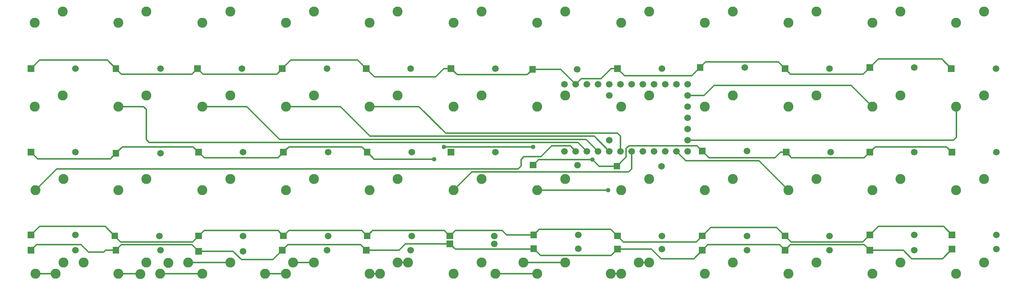
<source format=gbr>
G04 DipTrace 2.4.0.2*
%INTop.gbr*%
%MOIN*%
%ADD14C,0.013*%
%ADD15C,0.089*%
%ADD16C,0.0591*%
%ADD17C,0.0591*%
%ADD18C,0.04*%
%FSLAX44Y44*%
G04*
G70*
G90*
G75*
G01*
%LNTop*%
%LPD*%
X22654Y8693D2*
D14*
X18913D1*
X30134D2*
X28264D1*
X38549D2*
X37614D1*
X60055D2*
X59120D1*
X87046Y26047D2*
X86197Y26895D1*
X80522D1*
X79772Y26145D1*
X12449Y26047D2*
X11699Y26797D1*
X5620D1*
X4870Y26047D1*
X19733D2*
X19242Y25556D1*
X12939D1*
X12449Y26047D1*
X27311D2*
X26821Y25556D1*
X20223D1*
X19733Y26047D1*
X34792D2*
X34042Y26797D1*
X28061D1*
X27311Y26047D1*
X42370D2*
X41736D1*
X40986Y25297D1*
X35542D1*
X34792Y26047D1*
X49656Y25984D2*
X49165Y25494D1*
X42923D1*
X42370Y26047D1*
X53510Y24652D2*
X52177Y25984D1*
X49656D1*
X57233Y26047D2*
X56675D1*
X55770Y25142D1*
X54000D1*
X53510Y24652D1*
X64614Y26145D2*
X63871Y25402D1*
X57878D1*
X57233Y26047D1*
X72193D2*
X71605Y26635D1*
X65105D1*
X64614Y26145D1*
X79772D2*
X79183Y25556D1*
X72683D1*
X72193Y26047D1*
X49705Y17421D2*
X50195Y17911D1*
X55000D1*
X40877Y17941D2*
X35515D1*
X34890Y18566D1*
X41745Y19056D2*
X49705D1*
X79772Y18566D2*
X80262Y19056D1*
X86614D1*
X87105Y18566D1*
X72292D2*
X72782Y18076D1*
X79282D1*
X79772Y18566D1*
X64811Y18665D2*
X65400Y18076D1*
X71297D1*
X71787Y18566D1*
X72292D1*
X57185Y17323D2*
X58000Y18138D1*
Y18895D1*
X58260Y19155D1*
X64321D1*
X64811Y18665D1*
X55000Y17911D2*
X55589Y17323D1*
X57185D1*
X12449Y18468D2*
X11959Y17978D1*
X5459D1*
X4870Y18566D1*
X19831D2*
X19341Y19056D1*
X13038D1*
X12449Y18468D1*
X27410Y18566D2*
X26920Y18076D1*
X20321D1*
X19831Y18566D1*
X34890D2*
X34400Y19056D1*
X27900D1*
X27410Y18566D1*
X87105Y11184D2*
X86355Y11934D1*
X80522D1*
X79772Y11184D1*
X12351Y11086D2*
X11502Y11934D1*
X5620D1*
X4870Y11184D1*
X19831Y11086D2*
X19301Y10556D1*
X12880D1*
X12351Y11086D1*
X27410D2*
X26920Y11576D1*
X20321D1*
X19831Y11086D1*
X34890D2*
X34400Y11576D1*
X27900D1*
X27410Y11086D1*
X42272D2*
X41782Y11576D1*
X35380D1*
X34890Y11086D1*
X49752Y11184D2*
X47336D1*
X46944Y11576D1*
X42762D1*
X42272Y11086D1*
X57233D2*
X56644Y11675D1*
X50242D1*
X49752Y11184D1*
X64811Y11086D2*
X64282Y10556D1*
X57762D1*
X57233Y11086D1*
X72193D2*
X71443Y11836D1*
X65561D1*
X64811Y11086D1*
X79772Y11184D2*
X79144Y10556D1*
X72723D1*
X72193Y11086D1*
X87105Y9905D2*
X86256Y9056D1*
X83511D1*
X82761Y9806D1*
X79772D1*
X12449D2*
X11519D1*
X11360Y9648D1*
X9986D1*
X9337Y10297D1*
X5361D1*
X4870Y9806D1*
X19831Y9708D2*
X19242Y10297D1*
X12939D1*
X12449Y9806D1*
X27311D2*
X26463Y8958D1*
X23668D1*
X22918Y9708D1*
X19831D1*
X34792Y9806D2*
X34301Y10297D1*
X27801D1*
X27311Y9806D1*
X42274Y10384D2*
X38307D1*
X37729Y9806D1*
X34792D1*
X49754Y9941D2*
X49707Y9894D1*
X42764D1*
X42274Y10384D1*
X49754Y9941D2*
D3*
X57233Y9905D2*
X56661Y9333D1*
X50362D1*
X49754Y9941D1*
X64811Y9806D2*
X64061Y9056D1*
X61119D1*
X60271Y9905D1*
X57233D1*
X72193Y9806D2*
X71703Y10297D1*
X65301D1*
X64811Y9806D1*
X79772D2*
X79282Y10297D1*
X72683D1*
X72193Y9806D1*
X5276Y15173D2*
X7175Y17073D1*
X48360D1*
X48620Y17333D1*
Y17911D1*
X48880Y18171D1*
X50398D1*
X51368Y19142D1*
X53020D1*
X53510Y18652D1*
X5276Y7693D2*
X7063D1*
X12673Y22654D2*
X14893D1*
X15153Y22394D1*
Y19711D1*
X15413Y19451D1*
X53710D1*
X54510Y18652D1*
X12673Y7693D2*
X14594D1*
X14626Y7661D1*
X20154Y22654D2*
X24137D1*
X27079Y19711D1*
X54450D1*
X55510Y18652D1*
X20154Y7693D2*
X16413D1*
X27634Y22654D2*
X32502D1*
X35147Y20008D1*
X55153D1*
X56510Y18652D1*
X27634Y7693D2*
X25764D1*
X35114Y22654D2*
X39509D1*
X41895Y20268D1*
X57250D1*
X57510Y20008D1*
Y18652D1*
X35114Y7693D2*
X36049D1*
X42594Y15173D2*
X44234Y16813D1*
X58250D1*
X58510Y17073D1*
Y18652D1*
X50075Y15173D2*
X56395D1*
X50075Y7693D2*
X46335D1*
X57555D2*
X56620D1*
X72516Y15173D2*
X69876Y17813D1*
X63348D1*
X62510Y18652D1*
X79996Y22654D2*
X78096Y24553D1*
X65855D1*
X64954Y23652D1*
X63510D1*
X87476Y22654D2*
X87506Y22624D1*
Y19911D1*
X87246Y19652D1*
X63510D1*
X52575Y8693D2*
X48835D1*
D18*
X49705Y19056D3*
X41745D3*
X40877Y17941D3*
X55000Y17911D3*
X56395Y15173D3*
D15*
X7693Y31134D3*
X5193Y30134D3*
X15173Y31134D3*
X12673Y30134D3*
X22654Y31134D3*
X20154Y30134D3*
X30134Y31134D3*
X27634Y30134D3*
X37614Y31134D3*
X35114Y30134D3*
X45094Y31134D3*
X42594Y30134D3*
X52575Y31134D3*
X50075Y30134D3*
X60055Y31134D3*
X57555Y30134D3*
X67535Y31134D3*
X65035Y30134D3*
X75016Y31134D3*
X72516Y30134D3*
X82496Y31134D3*
X79996Y30134D3*
X89976Y31134D3*
X87476Y30134D3*
X7693Y23654D3*
X5193Y22654D3*
X15173Y23654D3*
X12673Y22654D3*
X22654Y23654D3*
X20154Y22654D3*
X30134Y23654D3*
X27634Y22654D3*
X37614Y23654D3*
X35114Y22654D3*
X45094Y23654D3*
X42594Y22654D3*
X52575Y23654D3*
X50075Y22654D3*
X60055Y23654D3*
X57555Y22654D3*
X67535Y23654D3*
X65035Y22654D3*
X75016Y23654D3*
X72516Y22654D3*
X82496Y23654D3*
X79996Y22654D3*
X89976Y23654D3*
X87476Y22654D3*
X7776Y16173D3*
X5276Y15173D3*
X15173Y16173D3*
X12673Y15173D3*
X22654Y16173D3*
X20154Y15173D3*
X30134Y16173D3*
X27634Y15173D3*
X37614Y16173D3*
X35114Y15173D3*
X45094Y16173D3*
X42594Y15173D3*
X52575Y16173D3*
X50075Y15173D3*
X60055Y16173D3*
X57555Y15173D3*
X67535Y16173D3*
X65035Y15173D3*
X75016Y16173D3*
X72516Y15173D3*
X82496Y16173D3*
X79996Y15173D3*
X89976Y16173D3*
X87476Y15173D3*
X7776Y8693D3*
X5276Y7693D3*
X15173Y8693D3*
X12673Y7693D3*
X22654Y8693D3*
X20154Y7693D3*
X30134Y8693D3*
X27634Y7693D3*
X37614Y8693D3*
X35114Y7693D3*
D16*
X52510Y18652D3*
X53510D3*
X54510D3*
X55510D3*
X56510D3*
X57510D3*
X58510D3*
X59510D3*
X60510D3*
X61510D3*
X62510D3*
X63510D3*
Y19652D3*
Y20652D3*
Y21652D3*
Y22652D3*
Y23652D3*
Y24652D3*
X62510D3*
X61510D3*
X60510D3*
X59510D3*
X58510D3*
X57510D3*
X56510D3*
X55510D3*
X54510D3*
X53510D3*
X52510D3*
X56510Y19652D3*
Y23652D3*
D15*
X60055Y8693D3*
X57555Y7693D3*
X67535Y8693D3*
X65035Y7693D3*
X75016Y8693D3*
X72516Y7693D3*
X82496Y8693D3*
X79996Y7693D3*
X89976Y8693D3*
X87476Y7693D3*
G36*
X86750Y26342D2*
X87341D1*
Y25751D1*
X86750D1*
Y26342D1*
G37*
D17*
X91022Y26047D3*
G36*
X80067Y25850D2*
X79477D1*
Y26440D1*
X80067D1*
Y25850D1*
G37*
D17*
X83748Y26145D3*
G36*
X72488Y25751D2*
X71898D1*
Y26342D1*
X72488D1*
Y25751D1*
G37*
D17*
X76170Y26047D3*
G36*
X64910Y25850D2*
X64319D1*
Y26440D1*
X64910D1*
Y25850D1*
G37*
D17*
X68591Y26145D3*
G36*
X57528Y25751D2*
X56937D1*
Y26342D1*
X57528D1*
Y25751D1*
G37*
D17*
X61209Y26047D3*
G36*
X49951Y25689D2*
X49360D1*
Y26280D1*
X49951D1*
Y25689D1*
G37*
D17*
X53632Y25984D3*
G36*
X42666Y25751D2*
X42075D1*
Y26342D1*
X42666D1*
Y25751D1*
G37*
D17*
X46347Y26047D3*
G36*
X35087Y25751D2*
X34496D1*
Y26342D1*
X35087D1*
Y25751D1*
G37*
D17*
X38768Y26047D3*
G36*
X27607Y25751D2*
X27016D1*
Y26342D1*
X27607D1*
Y25751D1*
G37*
D17*
X31288Y26047D3*
G36*
X20028Y25751D2*
X19437D1*
Y26342D1*
X20028D1*
Y25751D1*
G37*
D17*
X23709Y26047D3*
G36*
X12744Y25751D2*
X12154D1*
Y26342D1*
X12744D1*
Y25751D1*
G37*
D17*
X16425Y26047D3*
G36*
X5166Y25751D2*
X4575D1*
Y26342D1*
X5166D1*
Y25751D1*
G37*
D17*
X8847Y26047D3*
G36*
X5166Y18271D2*
X4575D1*
Y18862D1*
X5166D1*
Y18271D1*
G37*
D17*
X8847Y18566D3*
G36*
X12744Y18173D2*
X12154D1*
Y18763D1*
X12744D1*
Y18173D1*
G37*
D17*
X16425Y18468D3*
G36*
X20126Y18271D2*
X19536D1*
Y18862D1*
X20126D1*
Y18271D1*
G37*
D17*
X23807Y18566D3*
G36*
X27705Y18271D2*
X27114D1*
Y18862D1*
X27705D1*
Y18271D1*
G37*
D17*
X31386Y18566D3*
G36*
X35185Y18271D2*
X34595D1*
Y18862D1*
X35185D1*
Y18271D1*
G37*
D17*
X38866Y18566D3*
G36*
X42666Y18271D2*
X42075D1*
Y18862D1*
X42666D1*
Y18271D1*
G37*
D17*
X46347Y18566D3*
G36*
X50048Y10889D2*
X49457D1*
Y11480D1*
X50048D1*
Y10889D1*
G37*
D17*
X53729Y11184D3*
G36*
X57480Y17028D2*
X56890D1*
Y17618D1*
X57480D1*
Y17028D1*
G37*
D17*
X61161Y17323D3*
G36*
X65107Y18369D2*
X64516D1*
Y18960D1*
X65107D1*
Y18369D1*
G37*
D17*
X68788Y18665D3*
G36*
X72587Y18271D2*
X71996D1*
Y18862D1*
X72587D1*
Y18271D1*
G37*
D17*
X76268Y18566D3*
G36*
X80067Y18271D2*
X79477D1*
Y18862D1*
X80067D1*
Y18271D1*
G37*
D17*
X83748Y18566D3*
G36*
X87400Y18271D2*
X86809D1*
Y18862D1*
X87400D1*
Y18271D1*
G37*
D17*
X91081Y18566D3*
G36*
X87400Y10889D2*
X86809D1*
Y11480D1*
X87400D1*
Y10889D1*
G37*
D17*
X91081Y11184D3*
G36*
X80067Y10889D2*
X79477D1*
Y11480D1*
X80067D1*
Y10889D1*
G37*
D17*
X83748Y11184D3*
G36*
X72488Y10791D2*
X71898D1*
Y11381D1*
X72488D1*
Y10791D1*
G37*
D17*
X76170Y11086D3*
G36*
X65107Y10791D2*
X64516D1*
Y11381D1*
X65107D1*
Y10791D1*
G37*
D17*
X68788Y11086D3*
G36*
X57528Y10791D2*
X56937D1*
Y11381D1*
X57528D1*
Y10791D1*
G37*
D17*
X61209Y11086D3*
G36*
X50000Y17126D2*
X49409D1*
Y17717D1*
X50000D1*
Y17126D1*
G37*
D17*
X53681Y17421D3*
G36*
X42567Y10791D2*
X41977D1*
Y11381D1*
X42567D1*
Y10791D1*
G37*
D17*
X46248Y11086D3*
G36*
X35185Y10791D2*
X34595D1*
Y11381D1*
X35185D1*
Y10791D1*
G37*
D17*
X38866Y11086D3*
G36*
X27705Y10791D2*
X27114D1*
Y11381D1*
X27705D1*
Y10791D1*
G37*
D17*
X31386Y11086D3*
G36*
X20126Y10791D2*
X19536D1*
Y11381D1*
X20126D1*
Y10791D1*
G37*
D17*
X23807Y11086D3*
G36*
X12646Y10791D2*
X12055D1*
Y11381D1*
X12646D1*
Y10791D1*
G37*
D17*
X16327Y11086D3*
G36*
X5166Y10889D2*
X4575D1*
Y11480D1*
X5166D1*
Y10889D1*
G37*
D17*
X8847Y11184D3*
G36*
X87400Y9610D2*
X86809D1*
Y10200D1*
X87400D1*
Y9610D1*
G37*
D17*
X91081Y9905D3*
G36*
X80067Y9511D2*
X79477D1*
Y10102D1*
X80067D1*
Y9511D1*
G37*
D17*
X83748Y9806D3*
G36*
X72488Y9511D2*
X71898D1*
Y10102D1*
X72488D1*
Y9511D1*
G37*
D17*
X76170Y9806D3*
G36*
X65107Y9511D2*
X64516D1*
Y10102D1*
X65107D1*
Y9511D1*
G37*
D17*
X68788Y9806D3*
G36*
X57528Y9610D2*
X56937D1*
Y10200D1*
X57528D1*
Y9610D1*
G37*
D17*
X61209Y9905D3*
G36*
X42569Y10089D2*
X41978D1*
Y10679D1*
X42569D1*
Y10089D1*
G37*
D17*
X46250Y10384D3*
G36*
X35087Y9511D2*
X34496D1*
Y10102D1*
X35087D1*
Y9511D1*
G37*
D17*
X38768Y9806D3*
G36*
X27607Y9511D2*
X27016D1*
Y10102D1*
X27607D1*
Y9511D1*
G37*
D17*
X31288Y9806D3*
G36*
X20126Y9413D2*
X19536D1*
Y10003D1*
X20126D1*
Y9413D1*
G37*
D17*
X23807Y9708D3*
G36*
X12744Y9511D2*
X12154D1*
Y10102D1*
X12744D1*
Y9511D1*
G37*
D17*
X16425Y9806D3*
G36*
X5166Y9511D2*
X4575D1*
Y10102D1*
X5166D1*
Y9511D1*
G37*
D17*
X8847Y9806D3*
D15*
X38549Y8693D3*
X36049Y7693D3*
X59120Y8693D3*
X56620Y7693D3*
X28264Y8693D3*
X25764Y7693D3*
X18913Y8693D3*
X16413Y7693D3*
X9563Y8693D3*
X7063Y7693D3*
X17126Y8661D3*
X14626Y7661D3*
X52575Y8693D3*
X50075Y7693D3*
X45094Y8693D3*
X42594Y7693D3*
G36*
X50049Y9646D2*
X49459D1*
Y10236D1*
X50049D1*
Y9646D1*
G37*
D17*
X53730Y9941D3*
D15*
X48835Y8693D3*
X46335Y7693D3*
M02*

</source>
